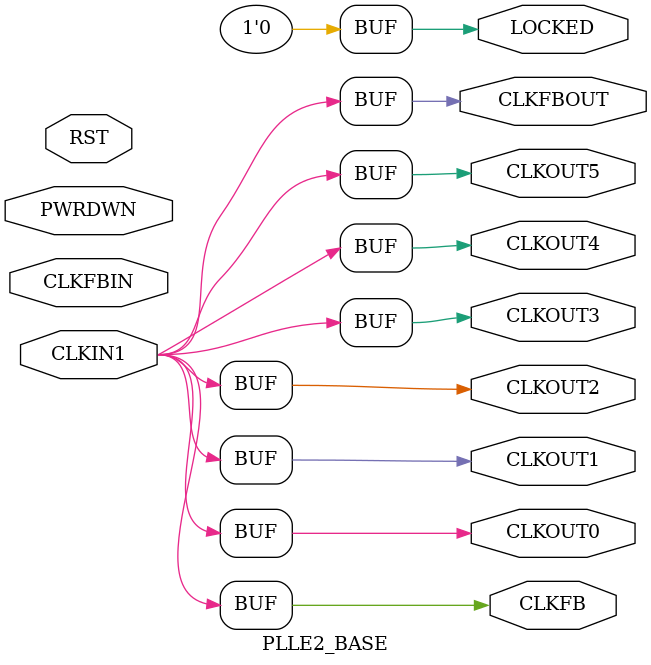
<source format=v>
module PLLE2_BASE (/*AUTOARG*/
   // Outputs
   CLKFB, LOCKED, CLKOUT0, CLKOUT1, CLKOUT2, CLKOUT3, CLKOUT4,
   CLKOUT5, CLKFBOUT,
   // Inputs
   CLKIN1, RST, PWRDWN, CLKFBIN
   );

   parameter BANDWIDTH = 0;
   parameter CLKFBOUT_MULT = 0;
   parameter CLKFBOUT_PHASE = 0;
   parameter CLKIN1_PERIOD = 0;
   parameter CLKOUT0_DIVIDE = 0;
   parameter CLKOUT0_DUTY_CYCLE = 0;
   parameter CLKOUT0_PHASE = 0;

   parameter CLKOUT1_DIVIDE = 0;
   parameter CLKOUT1_DUTY_CYCLE = 0;
   parameter CLKOUT1_PHASE = 0;

   parameter CLKOUT2_DIVIDE = 0;
   parameter CLKOUT2_DUTY_CYCLE = 0;
   parameter CLKOUT2_PHASE = 0;
   
   parameter CLKOUT3_DIVIDE = 0;
   parameter CLKOUT3_DUTY_CYCLE = 0;
   parameter CLKOUT3_PHASE = 0;

   parameter CLKOUT4_DIVIDE = 0;
   parameter CLKOUT4_DUTY_CYCLE = 0;
   parameter CLKOUT4_PHASE = 0;

   parameter CLKOUT5_DIVIDE = 0;
   parameter CLKOUT5_DUTY_CYCLE = 0;
   parameter CLKOUT5_PHASE = 0;
      
   parameter DIVCLK_DIVIDE = 0;
   parameter REF_JITTER1 = 0;
   parameter STARTUP_WAIT = 0;
   parameter IOSTANDARD = 0;
   
   input CLKIN1;
   input RST;
   input PWRDWN;
   input CLKFBIN;
   
   
   output CLKFB;
   output LOCKED;
   output CLKOUT0;
   output CLKOUT1;
   output CLKOUT2;
   output CLKOUT3;
   output CLKOUT4;
   output CLKOUT5;
   output CLKFBOUT;


   //Not a correct model
   assign CLKFB=CLKIN1;
   assign LOCKED=1'b0;
   assign CLKOUT0=CLKIN1;
   assign CLKOUT1=CLKIN1;
   assign CLKOUT2=CLKIN1;
   assign CLKOUT3=CLKIN1;
   assign CLKOUT4=CLKIN1;
   assign CLKOUT5=CLKIN1;
   assign CLKFBOUT=CLKIN1;
   
endmodule // PLLE2_BASE

</source>
